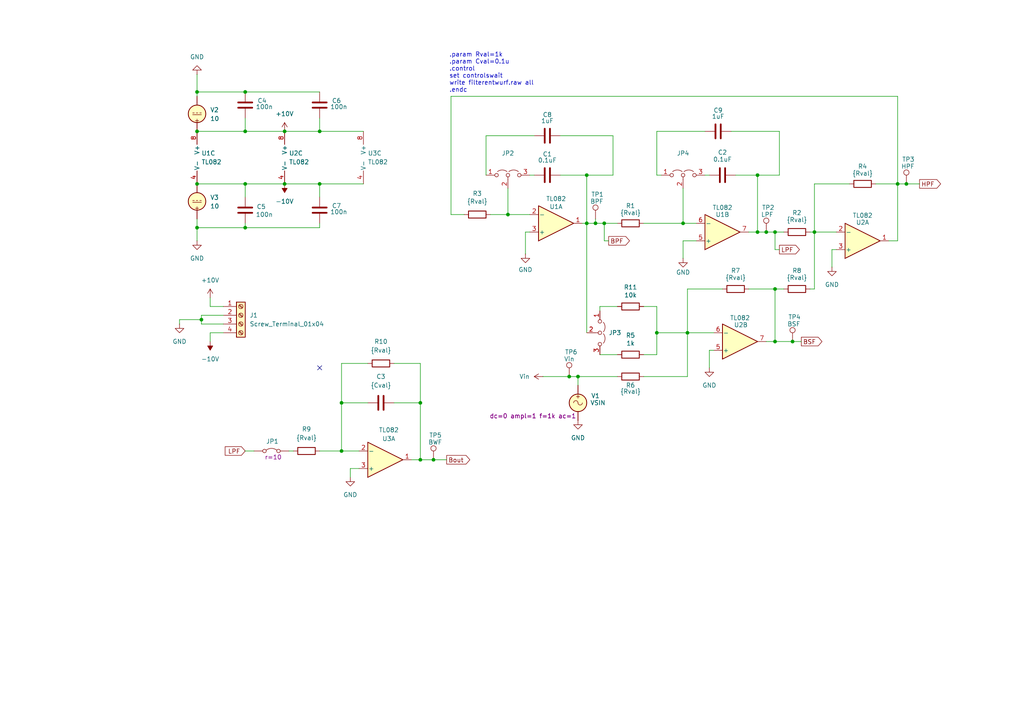
<source format=kicad_sch>
(kicad_sch (version 20250114) (generator "eeschema") (generator_version "9.0")
  (paper "A4")
  (lib_symbols
    (symbol "Amplifier_Operational:TL082" (pin_names (offset 0.127))
      (property "Reference" "U" (at 0 5.08 0))
      (property "Value" "TL082" (at 0 -5.08 0))
      (symbol "TL082_1_1"
        (polyline (pts (xy -5.08 5.08) (xy 5.08 0) (xy -5.08 -5.08) (xy -5.08 5.08)) (stroke (width 0.254)) (fill (type background)))
        (pin input line (at -7.62 2.54 0) (length 2.54) (name "+") (number "3"))
        (pin input line (at -7.62 -2.54 0) (length 2.54) (name "-") (number "2"))
        (pin output line (at 7.62 0 180) (length 2.54) (name "~") (number "1"))
      )
      (symbol "TL082_2_1"
        (polyline (pts (xy -5.08 5.08) (xy 5.08 0) (xy -5.08 -5.08) (xy -5.08 5.08)) (stroke (width 0.254)) (fill (type background)))
        (pin input line (at -7.62 2.54 0) (length 2.54) (name "+") (number "5"))
        (pin input line (at -7.62 -2.54 0) (length 2.54) (name "-") (number "6"))
        (pin output line (at 7.62 0 180) (length 2.54) (name "~") (number "7"))
      )
      (symbol "TL082_3_1"
        (pin power_in line (at -2.54 7.62 270) (length 3.81) (name "V+") (number "8"))
        (pin power_in line (at -2.54 -7.62 90) (length 3.81) (name "V-") (number "4"))
      )
    )
    (symbol "Connector:Screw_Terminal_01x04" (pin_names (offset 1.016) (hide yes))
      (property "Reference" "J" (at 0 5.08 0))
      (property "Value" "Screw_Terminal_01x04" (at 0 -7.62 0))
      (symbol "Screw_Terminal_01x04_1_1"
        (rectangle (start -1.27 3.81) (end 1.27 -6.35) (stroke (width 0.254)) (fill (type background)))
        (polyline (pts (xy -0.5334 2.8702) (xy 0.3302 2.032)) (stroke (width 0.1524)))
        (polyline (pts (xy -0.5334 0.3302) (xy 0.3302 -0.508)) (stroke (width 0.1524)))
        (polyline (pts (xy -0.5334 -2.2098) (xy 0.3302 -3.048)) (stroke (width 0.1524)))
        (polyline (pts (xy -0.5334 -4.7498) (xy 0.3302 -5.588)) (stroke (width 0.1524)))
        (polyline (pts (xy -0.3556 3.048) (xy 0.508 2.2098)) (stroke (width 0.1524)))
        (polyline (pts (xy -0.3556 0.508) (xy 0.508 -0.3302)) (stroke (width 0.1524)))
        (polyline (pts (xy -0.3556 -2.032) (xy 0.508 -2.8702)) (stroke (width 0.1524)))
        (polyline (pts (xy -0.3556 -4.572) (xy 0.508 -5.4102)) (stroke (width 0.1524)))
        (circle (center 0 2.54) (radius 0.635) (stroke (width 0.1524)))
        (circle (center 0 0) (radius 0.635) (stroke (width 0.1524)))
        (circle (center 0 -2.54) (radius 0.635) (stroke (width 0.1524)))
        (circle (center 0 -5.08) (radius 0.635) (stroke (width 0.1524)))
        (pin passive line (at -5.08 2.54 0) (length 3.81) (name "Pin_1") (number "1"))
        (pin passive line (at -5.08 0 0) (length 3.81) (name "Pin_2") (number "2"))
        (pin passive line (at -5.08 -2.54 0) (length 3.81) (name "Pin_3") (number "3"))
        (pin passive line (at -5.08 -5.08 0) (length 3.81) (name "Pin_4") (number "4"))
      )
    )
    (symbol "Connector:TestPoint" (pin_numbers (hide yes)) (pin_names (offset 0.762) (hide yes))
      (property "Reference" "TP" (at 0 6.858 0))
      (property "Value" "TestPoint" (at 0 5.08 0))
      (symbol "TestPoint_0_1"
        (circle (center 0 3.302) (radius 0.762))
      )
      (symbol "TestPoint_1_1"
        (pin passive line (at 0 0 90) (length 2.54) (name "1") (number "1"))
      )
    )
    (symbol "Device:C" (pin_numbers (hide yes)) (pin_names (offset 0.254))
      (property "Reference" "C" (at 0.635 2.54 0))
      (property "Value" "C" (at 0.635 -2.54 0))
      (symbol "C_0_1"
        (polyline (pts (xy -2.032 0.762) (xy 2.032 0.762)) (stroke (width 0.508)))
        (polyline (pts (xy -2.032 -0.762) (xy 2.032 -0.762)) (stroke (width 0.508)))
      )
      (symbol "C_1_1"
        (pin passive line (at 0 3.81 270) (length 2.794) (name "~") (number "1"))
        (pin passive line (at 0 -3.81 90) (length 2.794) (name "~") (number "2"))
      )
    )
    (symbol "Device:R" (pin_numbers (hide yes)) (pin_names (offset 0))
      (property "Reference" "R" (at 2.032 0 90))
      (property "Value" "R" (at 0 0 90))
      (symbol "R_0_1"
        (rectangle (start -1.016 -2.54) (end 1.016 2.54) (stroke (width 0.254)))
      )
      (symbol "R_1_1"
        (pin passive line (at 0 3.81 270) (length 1.27) (name "~") (number "1"))
        (pin passive line (at 0 -3.81 90) (length 1.27) (name "~") (number "2"))
      )
    )
    (symbol "Jumper:Jumper_2_Bridged" (pin_numbers (hide yes)) (pin_names (offset 0) (hide yes))
      (property "Reference" "JP" (at 0 1.905 0))
      (property "Value" "Jumper_2_Bridged" (at 0 -2.54 0))
      (symbol "Jumper_2_Bridged_0_0"
        (circle (center -2.032 0) (radius 0.508))
        (circle (center 2.032 0) (radius 0.508))
      )
      (symbol "Jumper_2_Bridged_0_1"
        (arc (start -1.524 0.254) (mid 0 0.762) (end 1.524 0.254))
      )
      (symbol "Jumper_2_Bridged_1_1"
        (pin passive line (at -5.08 0 0) (length 2.54) (name "A") (number "1"))
        (pin passive line (at 5.08 0 180) (length 2.54) (name "B") (number "2"))
      )
    )
    (symbol "Jumper:Jumper_3_Open" (pin_names (offset 0) (hide yes)) (in_bom no)
      (property "Reference" "JP" (at -2.54 -2.54 0))
      (property "Value" "Jumper_3_Open" (at 0 2.794 0))
      (symbol "Jumper_3_Open_0_0"
        (circle (center -3.302 0) (radius 0.508))
        (circle (center 0 0) (radius 0.508))
        (circle (center 3.302 0) (radius 0.508))
      )
      (symbol "Jumper_3_Open_0_1"
        (arc (start -3.048 1.016) (mid -1.651 1.4992) (end -0.254 1.016))
        (polyline (pts (xy 0 -0.508) (xy 0 -1.27)))
        (arc (start 0.254 1.016) (mid 1.651 1.4992) (end 3.048 1.016))
      )
      (symbol "Jumper_3_Open_1_1"
        (pin passive line (at -6.35 0 0) (length 2.54) (name "A") (number "1"))
        (pin passive line (at 0 -3.81 90) (length 2.54) (name "C") (number "2"))
        (pin passive line (at 6.35 0 180) (length 2.54) (name "B") (number "3"))
      )
    )
    (symbol "Simulation_SPICE:VDC" (pin_numbers (hide yes)) (pin_names (offset 0.0254))
      (property "Reference" "V" (at 2.54 2.54 0))
      (property "Value" "1" (at 2.54 0 0))
      (symbol "VDC_0_0"
        (polyline (pts (xy -1.27 0.254) (xy 1.27 0.254)))
        (polyline (pts (xy -0.762 -0.254) (xy -1.27 -0.254)))
        (polyline (pts (xy 0.254 -0.254) (xy -0.254 -0.254)))
        (polyline (pts (xy 1.27 -0.254) (xy 0.762 -0.254)))
        (text "+" (at 0 1.905 0) (effects (font (size 1.27 1.27))))
      )
      (symbol "VDC_0_1"
        (circle (center 0 0) (radius 2.54) (stroke (width 0.254)) (fill (type background)))
      )
      (symbol "VDC_1_1"
        (pin passive line (at 0 5.08 270) (length 2.54) (name "~") (number "1"))
        (pin passive line (at 0 -5.08 90) (length 2.54) (name "~") (number "2"))
      )
    )
    (symbol "Simulation_SPICE:VSIN" (pin_numbers (hide yes)) (pin_names (offset 0.0254))
      (property "Reference" "V" (at 2.54 2.54 0))
      (property "Value" "VSIN" (at 2.54 0 0))
      (property "Sim.Params" "dc=0 ampl=1 f=1k ac=1" (at 2.54 -2.54 0))
      (symbol "VSIN_0_0"
        (arc (start -1.27 0) (mid -0.635 0.6323) (end 0 0))
        (arc (start 1.27 0) (mid 0.635 -0.6323) (end 0 0))
        (text "+" (at 0 1.905 0) (effects (font (size 1.27 1.27))))
      )
      (symbol "VSIN_0_1"
        (circle (center 0 0) (radius 2.54) (stroke (width 0.254)) (fill (type background)))
      )
      (symbol "VSIN_1_1"
        (pin passive line (at 0 5.08 270) (length 2.54) (name "~") (number "1"))
        (pin passive line (at 0 -5.08 90) (length 2.54) (name "~") (number "2"))
      )
    )
    (symbol "power:+10V" (power) (pin_numbers (hide yes)) (pin_names (offset 0) (hide yes))
      (property "Value" "+10V" (at 0 3.556 0))
      (symbol "+10V_0_1"
        (polyline (pts (xy -0.762 1.27) (xy 0 2.54)))
        (polyline (pts (xy 0 2.54) (xy 0.762 1.27)))
        (polyline (pts (xy 0 0) (xy 0 2.54)))
      )
      (symbol "+10V_1_1"
        (pin power_in line (at 0 0 90) (length 0) (name "~") (number "1"))
      )
    )
    (symbol "power:-10V" (power) (pin_numbers (hide yes)) (pin_names (offset 0) (hide yes))
      (property "Value" "-10V" (at 0 3.556 0))
      (symbol "-10V_0_0"
        (pin power_in line (at 0 0 90) (length 0) (name "~") (number "1"))
      )
      (symbol "-10V_0_1"
        (polyline (pts (xy 0 0) (xy 0 1.27) (xy 0.762 1.27) (xy 0 2.54) (xy -0.762 1.27) (xy 0 1.27)) (fill (type outline)))
      )
    )
    (symbol "power:GND" (power) (pin_numbers (hide yes)) (pin_names (offset 0) (hide yes))
      (property "Value" "GND" (at 0 -3.81 0))
      (symbol "GND_0_1"
        (polyline (pts (xy 0 0) (xy 0 -1.27) (xy 1.27 -1.27) (xy 0 -2.54) (xy -1.27 -1.27) (xy 0 -1.27)))
      )
      (symbol "GND_1_1"
        (pin power_in line (at 0 0 270) (length 0) (name "~") (number "1"))
      )
    )
    (symbol "power:VAA" (power) (pin_numbers (hide yes)) (pin_names (offset 0) (hide yes))
      (property "Value" "VAA" (at 0 3.556 0))
      (symbol "VAA_0_1"
        (polyline (pts (xy -0.762 1.27) (xy 0 2.54)))
        (polyline (pts (xy 0 2.54) (xy 0.762 1.27)))
        (polyline (pts (xy 0 0) (xy 0 2.54)))
      )
      (symbol "VAA_1_1"
        (pin power_in line (at 0 0 90) (length 0) (name "~") (number "1"))
      )
    )
  )
  (text ".param Rval=1k\n.param Cval=0.1u\n.control \nset controlswait\nwrite filterentwurf.raw all\n.endc" (at 130.302 21.082 0) (effects (font (size 1.27 1.27)) (justify left)))
  (junction (at 219.71 50.8))
  (junction (at 71.12 26.67))
  (junction (at 170.18 50.8))
  (junction (at 219.71 67.31))
  (junction (at 236.22 67.31))
  (junction (at 57.15 66.04))
  (junction (at 82.55 38.1))
  (junction (at 71.12 66.04))
  (junction (at 99.06 130.81))
  (junction (at 167.64 109.22))
  (junction (at 121.92 133.35))
  (junction (at 224.79 99.06))
  (junction (at 147.32 62.23))
  (junction (at 262.89 53.34))
  (junction (at 175.26 64.77))
  (junction (at 170.18 64.77))
  (junction (at 71.12 38.1))
  (junction (at 57.15 53.34))
  (junction (at 82.55 53.34))
  (junction (at 58.42 92.71))
  (junction (at 229.87 99.06))
  (junction (at 224.79 83.82))
  (junction (at 172.72 64.77))
  (junction (at 224.79 67.31))
  (junction (at 190.5 96.52))
  (junction (at 57.15 26.67))
  (junction (at 99.06 116.84))
  (junction (at 57.15 38.1))
  (junction (at 165.1 109.22))
  (junction (at 125.73 133.35))
  (junction (at 92.71 38.1))
  (junction (at 92.71 53.34))
  (junction (at 260.35 53.34))
  (junction (at 198.12 64.77))
  (junction (at 121.92 116.84))
  (junction (at 199.39 96.52))
  (junction (at 222.25 67.31))
  (junction (at 71.12 53.34))
  (no_connect (at 92.71 106.68))
  (wire (pts (xy 199.39 96.52) (xy 199.39 109.22)))
  (wire (pts (xy 207.01 101.6) (xy 205.74 101.6)))
  (wire (pts (xy 260.35 53.34) (xy 260.35 69.85)))
  (wire (pts (xy 82.55 53.34) (xy 92.71 53.34)))
  (wire (pts (xy 147.32 62.23) (xy 153.67 62.23)))
  (wire (pts (xy 234.95 83.82) (xy 236.22 83.82)))
  (wire (pts (xy 121.92 116.84) (xy 121.92 133.35)))
  (wire (pts (xy 224.79 67.31) (xy 227.33 67.31)))
  (wire (pts (xy 260.35 69.85) (xy 257.81 69.85)))
  (wire (pts (xy 92.71 64.77) (xy 92.71 66.04)))
  (wire (pts (xy 217.17 67.31) (xy 219.71 67.31)))
  (wire (pts (xy 58.42 92.71) (xy 58.42 91.44)))
  (wire (pts (xy 140.97 39.37) (xy 154.94 39.37)))
  (wire (pts (xy 266.7 53.34) (xy 262.89 53.34)))
  (wire (pts (xy 71.12 66.04) (xy 92.71 66.04)))
  (wire (pts (xy 222.25 99.06) (xy 224.79 99.06)))
  (wire (pts (xy 92.71 130.81) (xy 99.06 130.81)))
  (wire (pts (xy 224.79 99.06) (xy 224.79 83.82)))
  (wire (pts (xy 99.06 116.84) (xy 106.68 116.84)))
  (wire (pts (xy 57.15 26.67) (xy 57.15 27.94)))
  (wire (pts (xy 92.71 53.34) (xy 105.41 53.34)))
  (wire (pts (xy 219.71 50.8) (xy 219.71 67.31)))
  (wire (pts (xy 173.99 102.87) (xy 179.07 102.87)))
  (wire (pts (xy 60.96 88.9) (xy 64.77 88.9)))
  (wire (pts (xy 134.62 62.23) (xy 130.81 62.23)))
  (wire (pts (xy 57.15 21.59) (xy 57.15 26.67)))
  (wire (pts (xy 168.91 64.77) (xy 170.18 64.77)))
  (wire (pts (xy 170.18 64.77) (xy 172.72 64.77)))
  (wire (pts (xy 173.99 90.17) (xy 173.99 88.9)))
  (wire (pts (xy 58.42 91.44) (xy 64.77 91.44)))
  (wire (pts (xy 106.68 105.41) (xy 99.06 105.41)))
  (wire (pts (xy 222.25 67.31) (xy 224.79 67.31)))
  (wire (pts (xy 99.06 130.81) (xy 104.14 130.81)))
  (wire (pts (xy 162.56 39.37) (xy 177.8 39.37)))
  (wire (pts (xy 199.39 83.82) (xy 209.55 83.82)))
  (wire (pts (xy 58.42 93.98) (xy 58.42 92.71)))
  (wire (pts (xy 57.15 69.85) (xy 57.15 66.04)))
  (wire (pts (xy 71.12 53.34) (xy 82.55 53.34)))
  (wire (pts (xy 212.09 38.1) (xy 226.06 38.1)))
  (wire (pts (xy 71.12 38.1) (xy 82.55 38.1)))
  (wire (pts (xy 234.95 67.31) (xy 236.22 67.31)))
  (wire (pts (xy 162.56 50.8) (xy 170.18 50.8)))
  (wire (pts (xy 219.71 67.31) (xy 222.25 67.31)))
  (wire (pts (xy 71.12 34.29) (xy 71.12 38.1)))
  (wire (pts (xy 92.71 38.1) (xy 105.41 38.1)))
  (wire (pts (xy 57.15 53.34) (xy 71.12 53.34)))
  (wire (pts (xy 186.69 109.22) (xy 199.39 109.22)))
  (wire (pts (xy 219.71 50.8) (xy 226.06 50.8)))
  (wire (pts (xy 176.53 69.85) (xy 175.26 69.85)))
  (wire (pts (xy 101.6 135.89) (xy 104.14 135.89)))
  (wire (pts (xy 190.5 88.9) (xy 190.5 96.52)))
  (wire (pts (xy 82.55 38.1) (xy 92.71 38.1)))
  (wire (pts (xy 217.17 83.82) (xy 224.79 83.82)))
  (wire (pts (xy 154.94 50.8) (xy 153.67 50.8)))
  (wire (pts (xy 201.93 69.85) (xy 198.12 69.85)))
  (wire (pts (xy 190.5 102.87) (xy 190.5 96.52)))
  (wire (pts (xy 114.3 105.41) (xy 121.92 105.41)))
  (wire (pts (xy 199.39 96.52) (xy 207.01 96.52)))
  (wire (pts (xy 229.87 99.06) (xy 232.41 99.06)))
  (wire (pts (xy 186.69 88.9) (xy 190.5 88.9)))
  (wire (pts (xy 99.06 105.41) (xy 99.06 116.84)))
  (wire (pts (xy 260.35 27.94) (xy 260.35 53.34)))
  (wire (pts (xy 71.12 66.04) (xy 71.12 64.77)))
  (wire (pts (xy 167.64 109.22) (xy 179.07 109.22)))
  (wire (pts (xy 125.73 133.35) (xy 129.54 133.35)))
  (wire (pts (xy 157.48 109.22) (xy 165.1 109.22)))
  (wire (pts (xy 205.74 101.6) (xy 205.74 106.68)))
  (wire (pts (xy 236.22 67.31) (xy 236.22 53.34)))
  (wire (pts (xy 173.99 88.9) (xy 179.07 88.9)))
  (wire (pts (xy 64.77 93.98) (xy 58.42 93.98)))
  (wire (pts (xy 71.12 53.34) (xy 71.12 57.15)))
  (wire (pts (xy 114.3 116.84) (xy 121.92 116.84)))
  (wire (pts (xy 58.42 92.71) (xy 52.07 92.71)))
  (wire (pts (xy 167.64 109.22) (xy 167.64 111.76)))
  (wire (pts (xy 140.97 50.8) (xy 140.97 39.37)))
  (wire (pts (xy 101.6 138.43) (xy 101.6 135.89)))
  (wire (pts (xy 190.5 38.1) (xy 204.47 38.1)))
  (wire (pts (xy 242.57 72.39) (xy 241.3 72.39)))
  (wire (pts (xy 236.22 53.34) (xy 246.38 53.34)))
  (wire (pts (xy 198.12 54.61) (xy 198.12 64.77)))
  (wire (pts (xy 226.06 38.1) (xy 226.06 50.8)))
  (wire (pts (xy 52.07 92.71) (xy 52.07 93.98)))
  (wire (pts (xy 224.79 99.06) (xy 229.87 99.06)))
  (wire (pts (xy 92.71 34.29) (xy 92.71 38.1)))
  (wire (pts (xy 190.5 38.1) (xy 190.5 50.8)))
  (wire (pts (xy 241.3 72.39) (xy 241.3 77.47)))
  (wire (pts (xy 130.81 27.94) (xy 260.35 27.94)))
  (wire (pts (xy 198.12 64.77) (xy 201.93 64.77)))
  (wire (pts (xy 71.12 26.67) (xy 92.71 26.67)))
  (wire (pts (xy 57.15 38.1) (xy 71.12 38.1)))
  (wire (pts (xy 99.06 130.81) (xy 99.06 116.84)))
  (wire (pts (xy 226.06 72.39) (xy 224.79 72.39)))
  (wire (pts (xy 83.82 130.81) (xy 85.09 130.81)))
  (wire (pts (xy 175.26 69.85) (xy 175.26 64.77)))
  (wire (pts (xy 170.18 64.77) (xy 170.18 96.52)))
  (wire (pts (xy 205.74 50.8) (xy 204.47 50.8)))
  (wire (pts (xy 224.79 83.82) (xy 227.33 83.82)))
  (wire (pts (xy 186.69 102.87) (xy 190.5 102.87)))
  (wire (pts (xy 57.15 66.04) (xy 57.15 63.5)))
  (wire (pts (xy 71.12 130.81) (xy 73.66 130.81)))
  (wire (pts (xy 262.89 53.34) (xy 260.35 53.34)))
  (wire (pts (xy 198.12 69.85) (xy 198.12 74.93)))
  (wire (pts (xy 147.32 54.61) (xy 147.32 62.23)))
  (wire (pts (xy 152.4 67.31) (xy 153.67 67.31)))
  (wire (pts (xy 60.96 99.06) (xy 60.96 96.52)))
  (wire (pts (xy 199.39 96.52) (xy 199.39 83.82)))
  (wire (pts (xy 170.18 50.8) (xy 177.8 50.8)))
  (wire (pts (xy 190.5 96.52) (xy 199.39 96.52)))
  (wire (pts (xy 152.4 73.66) (xy 152.4 67.31)))
  (wire (pts (xy 165.1 109.22) (xy 167.64 109.22)))
  (wire (pts (xy 236.22 67.31) (xy 242.57 67.31)))
  (wire (pts (xy 57.15 66.04) (xy 71.12 66.04)))
  (wire (pts (xy 172.72 63.5) (xy 172.72 64.77)))
  (wire (pts (xy 60.96 96.52) (xy 64.77 96.52)))
  (wire (pts (xy 236.22 83.82) (xy 236.22 67.31)))
  (wire (pts (xy 57.15 26.67) (xy 71.12 26.67)))
  (wire (pts (xy 60.96 86.36) (xy 60.96 88.9)))
  (wire (pts (xy 172.72 64.77) (xy 175.26 64.77)))
  (wire (pts (xy 213.36 50.8) (xy 219.71 50.8)))
  (wire (pts (xy 130.81 62.23) (xy 130.81 27.94)))
  (wire (pts (xy 190.5 50.8) (xy 191.77 50.8)))
  (wire (pts (xy 254 53.34) (xy 260.35 53.34)))
  (wire (pts (xy 142.24 62.23) (xy 147.32 62.23)))
  (wire (pts (xy 92.71 53.34) (xy 92.71 57.15)))
  (wire (pts (xy 121.92 105.41) (xy 121.92 116.84)))
  (wire (pts (xy 121.92 133.35) (xy 125.73 133.35)))
  (wire (pts (xy 177.8 39.37) (xy 177.8 50.8)))
  (wire (pts (xy 170.18 50.8) (xy 170.18 64.77)))
  (wire (pts (xy 224.79 72.39) (xy 224.79 67.31)))
  (wire (pts (xy 186.69 64.77) (xy 198.12 64.77)))
  (wire (pts (xy 175.26 64.77) (xy 179.07 64.77)))
  (wire (pts (xy 121.92 133.35) (xy 119.38 133.35)))
  (global_label "LPF" (shape output) (at 226.06 72.39 0) (property "Intersheetrefs" "${INTERSHEET_REFS}" (effects (hide yes))))
  (global_label "Bout" (shape output) (at 129.54 133.35 0) (property "Intersheetrefs" "${INTERSHEET_REFS}" (effects (hide yes))))
  (global_label "LPF" (shape input) (at 71.12 130.81 180) (property "Intersheetrefs" "${INTERSHEET_REFS}" (effects (hide yes))))
  (global_label "BSF" (shape output) (at 232.41 99.06 0) (property "Intersheetrefs" "${INTERSHEET_REFS}" (effects (hide yes))))
  (global_label "HPF" (shape output) (at 266.7 53.34 0) (property "Intersheetrefs" "${INTERSHEET_REFS}" (effects (hide yes))))
  (global_label "BPF" (shape output) (at 176.53 69.85 0) (property "Intersheetrefs" "${INTERSHEET_REFS}" (effects (hide yes))))
  (symbol (lib_id "Device:C") (at 158.75 50.8 90) (unit 1)
    (property "Reference" "C1" (at 158.75 44.704 90))
    (property "Value" "0.1uF" (at 158.75 46.482 90))
    (property "Footprint" "Capacitor_THT:C_Disc_D5.0mm_W2.5mm_P5.00mm" (effects (hide yes)))
    (property "Description" "Unpolarized capacitor" (effects (hide yes)))
  )
  (symbol (lib_id "Connector:TestPoint") (at 222.25 67.31 0) (unit 1) (exclude_from_sim yes)
    (property "Reference" "TP2" (at 220.98 60.198 0) (effects (justify left)))
    (property "Value" "LPF" (at 220.726 62.23 0) (effects (justify left)))
    (property "Footprint" "000_Often_Used_Footprints:TestPoint" (effects (hide yes)))
    (property "Description" "test point" (effects (hide yes)))
  )
  (symbol (lib_id "Connector:TestPoint") (at 229.87 99.06 0) (unit 1) (exclude_from_sim yes)
    (property "Reference" "TP4" (at 228.6 91.948 0) (effects (justify left)))
    (property "Value" "BSF" (at 228.346 93.98 0) (effects (justify left)))
    (property "Footprint" "000_Often_Used_Footprints:TestPoint" (effects (hide yes)))
    (property "Description" "test point" (effects (hide yes)))
  )
  (symbol (lib_id "Device:C") (at 71.12 60.96 0) (unit 1)
    (property "Reference" "C5" (at 74.422 59.944 0) (effects (justify left)))
    (property "Value" "100n" (at 74.168 62.23 0) (effects (justify left)))
    (property "Footprint" "Capacitor_THT:C_Disc_D5.0mm_W2.5mm_P5.00mm" (effects (hide yes)))
    (property "Description" "Unpolarized capacitor" (effects (hide yes)))
  )
  (symbol (lib_id "Jumper:Jumper_3_Open") (at 173.99 96.52 270) (unit 1) (in_bom no)
    (property "Reference" "JP3" (at 176.53 96.5199 90) (effects (justify left)))
    (property "Value" "Jumper_3_Open" (effects (hide yes)))
    (property "Footprint" "Connector_PinHeader_2.54mm:PinHeader_1x03_P2.54mm_Vertical" (effects (hide yes)))
    (property "Description" "Jumper, 3-pole, both open" (effects (hide yes)))
  )
  (symbol (lib_id "power:+10V") (at 60.96 86.36 0) (unit 1)
    (property "Reference" "#PWR011" (effects (hide yes)))
    (property "Value" "+10V" (at 60.96 81.28 0))
    (property "Description" "Power symbol creates a global label with name \"+10V\"" (effects (hide yes)))
  )
  (symbol (lib_id "power:GND") (at 167.64 121.92 0) (unit 1)
    (property "Reference" "#PWR09" (effects (hide yes)))
    (property "Value" "GND" (at 167.64 127 0))
    (property "Description" "Power symbol creates a global label with name \"GND\" , ground" (effects (hide yes)))
  )
  (symbol (lib_id "power:GND") (at 205.74 106.68 0) (unit 1)
    (property "Reference" "#PWR04" (effects (hide yes)))
    (property "Value" "GND" (at 205.74 111.76 0))
    (property "Description" "Power symbol creates a global label with name \"GND\" , ground" (effects (hide yes)))
  )
  (symbol (lib_id "Device:R") (at 88.9 130.81 90) (unit 1)
    (property "Reference" "R9" (at 88.9 124.46 90))
    (property "Value" "{Rval}" (at 88.9 127 90))
    (property "Footprint" "Resistor_THT:R_Axial_DIN0309_L9.0mm_D3.2mm_P12.70mm_Horizontal" (effects (hide yes)))
    (property "Description" "Resistor" (effects (hide yes)))
  )
  (symbol (lib_id "Device:R") (at 182.88 64.77 90) (unit 1)
    (property "Reference" "R1" (at 182.88 59.69 90))
    (property "Value" "{Rval}" (at 182.88 61.722 90))
    (property "Footprint" "Resistor_THT:R_Axial_DIN0309_L9.0mm_D3.2mm_P12.70mm_Horizontal" (effects (hide yes)))
    (property "Description" "Resistor" (effects (hide yes)))
  )
  (symbol (lib_id "Device:R") (at 182.88 88.9 90) (unit 1)
    (property "Reference" "R11" (at 182.88 83.312 90))
    (property "Value" "10k" (at 182.88 85.598 90))
    (property "Footprint" "Resistor_THT:R_Axial_DIN0309_L9.0mm_D3.2mm_P12.70mm_Horizontal" (effects (hide yes)))
    (property "Description" "Resistor" (effects (hide yes)))
  )
  (symbol (lib_id "power:+10V") (at 82.55 38.1 0) (unit 1)
    (property "Reference" "#PWR08" (effects (hide yes)))
    (property "Value" "+10V" (at 82.55 33.02 0))
    (property "Description" "Power symbol creates a global label with name \"+10V\"" (effects (hide yes)))
  )
  (symbol (lib_id "power:-10V") (at 82.55 53.34 180) (unit 1)
    (property "Reference" "#PWR07" (effects (hide yes)))
    (property "Value" "-10V" (at 82.55 58.42 0))
    (property "Description" "Power symbol creates a global label with name \"-10V\"" (effects (hide yes)))
  )
  (symbol (lib_id "Device:R") (at 182.88 102.87 90) (unit 1)
    (property "Reference" "R5" (at 182.88 97.282 90))
    (property "Value" "1k" (at 182.88 99.568 90))
    (property "Footprint" "Resistor_THT:R_Axial_DIN0309_L9.0mm_D3.2mm_P12.70mm_Horizontal" (effects (hide yes)))
    (property "Description" "Resistor" (effects (hide yes)))
  )
  (symbol (lib_id "Device:R") (at 110.49 105.41 90) (unit 1)
    (property "Reference" "R10" (at 110.49 99.06 90))
    (property "Value" "{Rval}" (at 110.49 101.6 90))
    (property "Footprint" "Resistor_THT:R_Axial_DIN0309_L9.0mm_D3.2mm_P12.70mm_Horizontal" (effects (hide yes)))
    (property "Description" "Resistor" (effects (hide yes)))
  )
  (symbol (lib_id "power:GND") (at 57.15 21.59 180) (unit 1)
    (property "Reference" "#PWR06" (effects (hide yes)))
    (property "Value" "GND" (at 57.15 16.51 0))
    (property "Description" "Power symbol creates a global label with name \"GND\" , ground" (effects (hide yes)))
  )
  (symbol (lib_id "power:GND") (at 152.4 73.66 0) (unit 1)
    (property "Reference" "#PWR01" (effects (hide yes)))
    (property "Value" "GND" (at 152.4 78.232 0))
    (property "Description" "Power symbol creates a global label with name \"GND\" , ground" (effects (hide yes)))
  )
  (symbol (lib_id "Device:R") (at 138.43 62.23 90) (unit 1)
    (property "Reference" "R3" (at 138.43 56.134 90))
    (property "Value" "{Rval}" (at 138.43 58.42 90))
    (property "Footprint" "Resistor_THT:R_Axial_DIN0309_L9.0mm_D3.2mm_P12.70mm_Horizontal" (effects (hide yes)))
    (property "Description" "Resistor" (effects (hide yes)))
  )
  (symbol (lib_id "Device:R") (at 213.36 83.82 90) (unit 1)
    (property "Reference" "R7" (at 213.36 78.486 90))
    (property "Value" "{Rval}" (at 213.36 80.518 90))
    (property "Footprint" "Resistor_THT:R_Axial_DIN0309_L9.0mm_D3.2mm_P12.70mm_Horizontal" (effects (hide yes)))
    (property "Description" "Resistor" (effects (hide yes)))
  )
  (symbol (lib_id "Amplifier_Operational:TL082") (at 85.09 45.72 0) (unit 3)
    (property "Reference" "U2" (at 83.82 44.4499 0) (effects (justify left)))
    (property "Value" "TL082" (at 83.82 46.9899 0) (effects (justify left)))
    (property "Footprint" "Package_DIP:CERDIP-8_W7.62mm_SideBrazed" (effects (hide yes)))
    (property "Datasheet" "http://www.ti.com/lit/ds/symlink/tl081.pdf" (effects (hide yes)))
    (property "Description" "Dual JFET-Input Operational Amplifiers, DIP-8/SOIC-8/SSOP-8" (effects (hide yes)))
    (property "Sim.Library" "TL082-dual.lib" (effects (hide yes)))
    (property "Sim.Name" "TL082-dual" (effects (hide yes)))
    (property "Sim.Device" "SUBCKT" (effects (hide yes)))
    (property "Sim.Pins" "1=1out 2=1in- 3=1in+ 4=vcc- 5=2in+ 6=2in- 7=2out 8=vcc+" (effects (hide yes)))
  )
  (symbol (lib_id "Device:R") (at 231.14 67.31 90) (unit 1)
    (property "Reference" "R2" (at 231.14 61.722 90))
    (property "Value" "{Rval}" (at 231.14 63.754 90))
    (property "Footprint" "Resistor_THT:R_Axial_DIN0309_L9.0mm_D3.2mm_P12.70mm_Horizontal" (effects (hide yes)))
    (property "Description" "Resistor" (effects (hide yes)))
  )
  (symbol (lib_id "Device:C") (at 92.71 30.48 0) (unit 1)
    (property "Reference" "C6" (at 96.266 29.21 0) (effects (justify left)))
    (property "Value" "100n" (at 95.758 30.988 0) (effects (justify left)))
    (property "Footprint" "Capacitor_THT:C_Disc_D5.0mm_W2.5mm_P5.00mm" (effects (hide yes)))
    (property "Description" "Unpolarized capacitor" (effects (hide yes)))
  )
  (symbol (lib_id "Amplifier_Operational:TL082") (at 161.29 64.77 0) (mirror x) (unit 1)
    (property "Reference" "U1" (at 161.29 59.944 0))
    (property "Value" "TL082" (at 161.29 57.658 0))
    (property "Footprint" "Package_DIP:CERDIP-8_W7.62mm_SideBrazed" (effects (hide yes)))
    (property "Datasheet" "http://www.ti.com/lit/ds/symlink/tl081.pdf" (effects (hide yes)))
    (property "Description" "Dual JFET-Input Operational Amplifiers, DIP-8/SOIC-8/SSOP-8" (effects (hide yes)))
    (property "Sim.Library" "TL082-dual.lib" (effects (hide yes)))
    (property "Sim.Name" "TL082-dual" (effects (hide yes)))
    (property "Sim.Device" "SUBCKT" (effects (hide yes)))
    (property "Sim.Pins" "1=1out 2=1in- 3=1in+ 4=vcc- 5=2in+ 6=2in- 7=2out 8=vcc+" (effects (hide yes)))
  )
  (symbol (lib_id "power:GND") (at 57.15 69.85 0) (unit 1)
    (property "Reference" "#PWR05" (effects (hide yes)))
    (property "Value" "GND" (at 57.15 74.93 0))
    (property "Description" "Power symbol creates a global label with name \"GND\" , ground" (effects (hide yes)))
  )
  (symbol (lib_id "Device:C") (at 208.28 38.1 90) (unit 1)
    (property "Reference" "C9" (at 208.28 32.004 90))
    (property "Value" "1uF" (at 208.28 33.782 90))
    (property "Footprint" "Capacitor_THT:C_Disc_D5.0mm_W2.5mm_P5.00mm" (effects (hide yes)))
    (property "Description" "Unpolarized capacitor" (effects (hide yes)))
  )
  (symbol (lib_id "Connector:TestPoint") (at 262.89 53.34 0) (unit 1) (exclude_from_sim yes)
    (property "Reference" "TP3" (at 261.62 46.228 0) (effects (justify left)))
    (property "Value" "HPF" (at 261.366 48.26 0) (effects (justify left)))
    (property "Footprint" "000_Often_Used_Footprints:TestPoint" (effects (hide yes)))
    (property "Description" "test point" (effects (hide yes)))
  )
  (symbol (lib_id "power:GND") (at 241.3 77.47 0) (unit 1)
    (property "Reference" "#PWR03" (effects (hide yes)))
    (property "Value" "GND" (at 241.3 82.55 0))
    (property "Description" "Power symbol creates a global label with name \"GND\" , ground" (effects (hide yes)))
  )
  (symbol (lib_id "Amplifier_Operational:TL082") (at 250.19 69.85 0) (mirror x) (unit 1)
    (property "Reference" "U2" (at 250.19 64.516 0))
    (property "Value" "TL082" (at 250.19 62.484 0))
    (property "Footprint" "Package_DIP:CERDIP-8_W7.62mm_SideBrazed" (effects (hide yes)))
    (property "Datasheet" "http://www.ti.com/lit/ds/symlink/tl081.pdf" (effects (hide yes)))
    (property "Description" "Dual JFET-Input Operational Amplifiers, DIP-8/SOIC-8/SSOP-8" (effects (hide yes)))
    (property "Sim.Library" "TL082-dual.lib" (effects (hide yes)))
    (property "Sim.Name" "TL082-dual" (effects (hide yes)))
    (property "Sim.Device" "SUBCKT" (effects (hide yes)))
    (property "Sim.Pins" "1=1out 2=1in- 3=1in+ 4=vcc- 5=2in+ 6=2in- 7=2out 8=vcc+" (effects (hide yes)))
  )
  (symbol (lib_id "power:GND") (at 101.6 138.43 0) (unit 1)
    (property "Reference" "#PWR014" (effects (hide yes)))
    (property "Value" "GND" (at 101.6 143.51 0))
    (property "Description" "Power symbol creates a global label with name \"GND\" , ground" (effects (hide yes)))
  )
  (symbol (lib_id "Device:R") (at 250.19 53.34 90) (unit 1)
    (property "Reference" "R4" (at 250.19 48.26 90))
    (property "Value" "{Rval}" (at 250.19 50.292 90))
    (property "Footprint" "Resistor_THT:R_Axial_DIN0309_L9.0mm_D3.2mm_P12.70mm_Horizontal" (effects (hide yes)))
    (property "Description" "Resistor" (effects (hide yes)))
  )
  (symbol (lib_id "Connector:TestPoint") (at 125.73 133.35 0) (unit 1) (exclude_from_sim yes)
    (property "Reference" "TP5" (at 124.46 126.238 0) (effects (justify left)))
    (property "Value" "BWF" (at 124.206 128.27 0) (effects (justify left)))
    (property "Footprint" "000_Often_Used_Footprints:TestPoint" (effects (hide yes)))
    (property "Description" "test point" (effects (hide yes)))
  )
  (symbol (lib_id "Jumper:Jumper_3_Open") (at 147.32 50.8 0) (unit 1) (in_bom no)
    (property "Reference" "JP2" (at 147.32 44.45 0))
    (property "Value" "Jumper_3_Open" (effects (hide yes)))
    (property "Footprint" "Connector_PinHeader_2.54mm:PinHeader_1x03_P2.54mm_Vertical" (effects (hide yes)))
    (property "Description" "Jumper, 3-pole, both open" (effects (hide yes)))
  )
  (symbol (lib_id "Simulation_SPICE:VDC") (at 57.15 33.02 180) (unit 1) (on_board no)
    (property "Reference" "V2" (at 60.96 31.8797 0) (effects (justify right)))
    (property "Value" "10" (at 60.96 34.4197 0) (effects (justify right)))
    (property "Datasheet" "https://ngspice.sourceforge.io/docs/ngspice-html-manual/manual.xhtml#sec_Independent_Sources_for" (effects (hide yes)))
    (property "Description" "Voltage source, DC" (effects (hide yes)))
    (property "Sim.Pins" "1=+ 2=-" (effects (hide yes)))
    (property "Sim.Type" "DC" (effects (hide yes)))
    (property "Sim.Device" "V" (effects (hide yes)))
  )
  (symbol (lib_id "Jumper:Jumper_2_Bridged") (at 78.74 130.81 0) (unit 1)
    (property "Reference" "JP1" (at 78.994 128.016 0))
    (property "Value" "${SIM.PARAMS}" (effects (hide yes)))
    (property "Footprint" "Connector_PinHeader_2.54mm:PinHeader_1x02_P2.54mm_Vertical" (effects (hide yes)))
    (property "Description" "Jumper, 2-pole, closed/bridged" (effects (hide yes)))
    (property "Sim.Device" "R" (effects (hide yes)))
    (property "Sim.Pins" "1=+ 2=-" (effects (hide yes)))
    (property "Sim.Params" "r=10" (at 79.248 132.588 0))
  )
  (symbol (lib_id "Simulation_SPICE:VSIN") (at 167.64 116.84 0) (unit 1) (on_board no)
    (property "Reference" "V1" (at 171.45 114.808 0) (effects (justify left)))
    (property "Value" "VSIN" (at 171.196 116.84 0) (effects (justify left)))
    (property "Datasheet" "https://ngspice.sourceforge.io/docs/ngspice-html-manual/manual.xhtml#sec_Independent_Sources_for" (effects (hide yes)))
    (property "Description" "Voltage source, sinusoidal" (effects (hide yes)))
    (property "Sim.Pins" "1=+ 2=-" (effects (hide yes)))
    (property "Sim.Params" "dc=0 ampl=1 f=1k ac=1" (at 141.986 120.65 0) (effects (justify left)))
    (property "Sim.Type" "SIN" (effects (hide yes)))
    (property "Sim.Device" "V" (effects (hide yes)))
  )
  (symbol (lib_id "power:GND") (at 52.07 93.98 0) (unit 1)
    (property "Reference" "#PWR013" (effects (hide yes)))
    (property "Value" "GND" (at 52.07 99.06 0))
    (property "Description" "Power symbol creates a global label with name \"GND\" , ground" (effects (hide yes)))
  )
  (symbol (lib_id "Device:C") (at 209.55 50.8 90) (unit 1)
    (property "Reference" "C2" (at 209.55 44.196 90))
    (property "Value" "0.1uF" (at 209.55 46.228 90))
    (property "Footprint" "Capacitor_THT:C_Disc_D5.0mm_W2.5mm_P5.00mm" (effects (hide yes)))
    (property "Description" "Unpolarized capacitor" (effects (hide yes)))
  )
  (symbol (lib_id "Amplifier_Operational:TL082") (at 209.55 67.31 0) (mirror x) (unit 2)
    (property "Reference" "U1" (at 209.55 62.23 0))
    (property "Value" "TL082" (at 209.55 60.198 0))
    (property "Footprint" "Package_DIP:CERDIP-8_W7.62mm_SideBrazed" (effects (hide yes)))
    (property "Datasheet" "http://www.ti.com/lit/ds/symlink/tl081.pdf" (effects (hide yes)))
    (property "Description" "Dual JFET-Input Operational Amplifiers, DIP-8/SOIC-8/SSOP-8" (effects (hide yes)))
    (property "Sim.Library" "TL082-dual.lib" (effects (hide yes)))
    (property "Sim.Name" "TL082-dual" (effects (hide yes)))
    (property "Sim.Device" "SUBCKT" (effects (hide yes)))
    (property "Sim.Pins" "1=1out 2=1in- 3=1in+ 4=vcc- 5=2in+ 6=2in- 7=2out 8=vcc+" (effects (hide yes)))
  )
  (symbol (lib_id "Device:C") (at 92.71 60.96 0) (unit 1)
    (property "Reference" "C7" (at 96.266 59.69 0) (effects (justify left)))
    (property "Value" "100n" (at 95.758 61.468 0) (effects (justify left)))
    (property "Footprint" "Capacitor_THT:C_Disc_D5.0mm_W2.5mm_P5.00mm" (effects (hide yes)))
    (property "Description" "Unpolarized capacitor" (effects (hide yes)))
  )
  (symbol (lib_id "Amplifier_Operational:TL082") (at 107.95 45.72 0) (unit 3)
    (property "Reference" "U3" (at 106.68 44.4499 0) (effects (justify left)))
    (property "Value" "TL082" (at 106.68 46.9899 0) (effects (justify left)))
    (property "Footprint" "Package_DIP:CERDIP-8_W7.62mm_SideBrazed" (effects (hide yes)))
    (property "Datasheet" "http://www.ti.com/lit/ds/symlink/tl081.pdf" (effects (hide yes)))
    (property "Description" "Dual JFET-Input Operational Amplifiers, DIP-8/SOIC-8/SSOP-8" (effects (hide yes)))
    (property "Sim.Library" "TL082-dual.lib" (effects (hide yes)))
    (property "Sim.Name" "TL082-dual" (effects (hide yes)))
    (property "Sim.Device" "SUBCKT" (effects (hide yes)))
    (property "Sim.Pins" "1=1out 2=1in- 3=1in+ 4=vcc- 5=2in+ 6=2in- 7=2out 8=vcc+" (effects (hide yes)))
  )
  (symbol (lib_id "Connector:Screw_Terminal_01x04") (at 69.85 91.44 0) (unit 1) (exclude_from_sim yes)
    (property "Reference" "J1" (at 72.39 91.4399 0) (effects (justify left)))
    (property "Value" "Screw_Terminal_01x04" (at 72.39 93.9799 0) (effects (justify left)))
    (property "Footprint" "TerminalBlock_Phoenix:TerminalBlock_Phoenix_PT-1,5-4-5.0-H_1x04_P5.00mm_Horizontal" (effects (hide yes)))
    (property "Description" "Generic screw terminal, single row, 01x04, script generated (kicad-library-utils/schlib/autogen/connector/)" (effects (hide yes)))
  )
  (symbol (lib_id "power:VAA") (at 157.48 109.22 90) (unit 1) (exclude_from_sim yes)
    (property "Reference" "#PWR010" (effects (hide yes)))
    (property "Value" "Vin" (at 153.67 109.2199 90) (effects (justify left)))
    (property "Description" "Power symbol creates a global label with name \"VAA\"" (effects (hide yes)))
  )
  (symbol (lib_id "Amplifier_Operational:TL082") (at 59.69 45.72 0) (unit 3)
    (property "Reference" "U1" (at 58.42 44.4499 0) (effects (justify left)))
    (property "Value" "TL082" (at 58.42 46.9899 0) (effects (justify left)))
    (property "Footprint" "Package_DIP:CERDIP-8_W7.62mm_SideBrazed" (effects (hide yes)))
    (property "Datasheet" "http://www.ti.com/lit/ds/symlink/tl081.pdf" (effects (hide yes)))
    (property "Description" "Dual JFET-Input Operational Amplifiers, DIP-8/SOIC-8/SSOP-8" (effects (hide yes)))
    (property "Sim.Library" "TL082-dual.lib" (effects (hide yes)))
    (property "Sim.Name" "TL082-dual" (effects (hide yes)))
    (property "Sim.Device" "SUBCKT" (effects (hide yes)))
    (property "Sim.Pins" "1=1out 2=1in- 3=1in+ 4=vcc- 5=2in+ 6=2in- 7=2out 8=vcc+" (effects (hide yes)))
  )
  (symbol (lib_id "Connector:TestPoint") (at 172.72 63.5 0) (unit 1) (exclude_from_sim yes)
    (property "Reference" "TP1" (at 171.45 56.388 0) (effects (justify left)))
    (property "Value" "BPF" (at 171.196 58.42 0) (effects (justify left)))
    (property "Footprint" "000_Often_Used_Footprints:TestPoint" (effects (hide yes)))
    (property "Description" "test point" (effects (hide yes)))
  )
  (symbol (lib_id "Amplifier_Operational:TL082") (at 111.76 133.35 0) (mirror x) (unit 1)
    (property "Reference" "U3" (at 112.776 127.254 0))
    (property "Value" "TL082" (at 112.776 124.714 0))
    (property "Footprint" "Package_DIP:CERDIP-8_W7.62mm_SideBrazed" (effects (hide yes)))
    (property "Datasheet" "http://www.ti.com/lit/ds/symlink/tl081.pdf" (effects (hide yes)))
    (property "Description" "Dual JFET-Input Operational Amplifiers, DIP-8/SOIC-8/SSOP-8" (effects (hide yes)))
    (property "Sim.Library" "TL082-dual.lib" (effects (hide yes)))
    (property "Sim.Name" "TL082-dual" (effects (hide yes)))
    (property "Sim.Device" "SUBCKT" (effects (hide yes)))
    (property "Sim.Pins" "1=1out 2=1in- 3=1in+ 4=vcc- 5=2in+ 6=2in- 7=2out 8=vcc+" (effects (hide yes)))
  )
  (symbol (lib_id "Connector:TestPoint") (at 165.1 109.22 0) (unit 1) (exclude_from_sim yes)
    (property "Reference" "TP6" (at 163.83 102.108 0) (effects (justify left)))
    (property "Value" "Vin" (at 163.576 104.14 0) (effects (justify left)))
    (property "Footprint" "000_Often_Used_Footprints:TestPoint" (effects (hide yes)))
    (property "Description" "test point" (effects (hide yes)))
  )
  (symbol (lib_id "Device:C") (at 158.75 39.37 90) (unit 1)
    (property "Reference" "C8" (at 158.75 33.274 90))
    (property "Value" "1uF" (at 158.75 35.052 90))
    (property "Footprint" "Capacitor_THT:C_Disc_D5.0mm_W2.5mm_P5.00mm" (effects (hide yes)))
    (property "Description" "Unpolarized capacitor" (effects (hide yes)))
  )
  (symbol (lib_id "Device:C") (at 71.12 30.48 0) (unit 1)
    (property "Reference" "C4" (at 74.676 29.21 0) (effects (justify left)))
    (property "Value" "100n" (at 74.168 30.988 0) (effects (justify left)))
    (property "Footprint" "Capacitor_THT:C_Disc_D5.0mm_W2.5mm_P5.00mm" (effects (hide yes)))
    (property "Description" "Unpolarized capacitor" (effects (hide yes)))
  )
  (symbol (lib_id "Device:C") (at 110.49 116.84 270) (unit 1)
    (property "Reference" "C3" (at 110.49 109.22 90))
    (property "Value" "{Cval}" (at 110.49 111.76 90))
    (property "Footprint" "Capacitor_THT:C_Disc_D5.0mm_W2.5mm_P5.00mm" (effects (hide yes)))
    (property "Description" "Unpolarized capacitor" (effects (hide yes)))
  )
  (symbol (lib_id "Device:R") (at 231.14 83.82 90) (unit 1)
    (property "Reference" "R8" (at 231.14 78.486 90))
    (property "Value" "{Rval}" (at 231.14 80.518 90))
    (property "Footprint" "Resistor_THT:R_Axial_DIN0309_L9.0mm_D3.2mm_P12.70mm_Horizontal" (effects (hide yes)))
    (property "Description" "Resistor" (effects (hide yes)))
  )
  (symbol (lib_id "power:GND") (at 198.12 74.93 0) (unit 1)
    (property "Reference" "#PWR02" (effects (hide yes)))
    (property "Value" "GND" (at 198.12 78.994 0))
    (property "Description" "Power symbol creates a global label with name \"GND\" , ground" (effects (hide yes)))
  )
  (symbol (lib_id "Jumper:Jumper_3_Open") (at 198.12 50.8 0) (unit 1) (in_bom no)
    (property "Reference" "JP4" (at 198.12 44.45 0))
    (property "Value" "Jumper_3_Open" (effects (hide yes)))
    (property "Footprint" "Connector_PinHeader_2.54mm:PinHeader_1x03_P2.54mm_Vertical" (effects (hide yes)))
    (property "Description" "Jumper, 3-pole, both open" (effects (hide yes)))
  )
  (symbol (lib_id "Device:R") (at 182.88 109.22 90) (unit 1)
    (property "Reference" "R6" (at 182.88 111.76 90))
    (property "Value" "{Rval}" (at 182.88 113.538 90))
    (property "Footprint" "Resistor_THT:R_Axial_DIN0309_L9.0mm_D3.2mm_P12.70mm_Horizontal" (effects (hide yes)))
    (property "Description" "Resistor" (effects (hide yes)))
  )
  (symbol (lib_id "Amplifier_Operational:TL082") (at 214.63 99.06 0) (mirror x) (unit 2)
    (property "Reference" "U2" (at 214.884 94.234 0))
    (property "Value" "TL082" (at 214.63 92.202 0))
    (property "Footprint" "Package_DIP:CERDIP-8_W7.62mm_SideBrazed" (effects (hide yes)))
    (property "Datasheet" "http://www.ti.com/lit/ds/symlink/tl081.pdf" (effects (hide yes)))
    (property "Description" "Dual JFET-Input Operational Amplifiers, DIP-8/SOIC-8/SSOP-8" (effects (hide yes)))
    (property "Sim.Library" "TL082-dual.lib" (effects (hide yes)))
    (property "Sim.Name" "TL082-dual" (effects (hide yes)))
    (property "Sim.Device" "SUBCKT" (effects (hide yes)))
    (property "Sim.Pins" "1=1out 2=1in- 3=1in+ 4=vcc- 5=2in+ 6=2in- 7=2out 8=vcc+" (effects (hide yes)))
  )
  (symbol (lib_id "Simulation_SPICE:VDC") (at 57.15 58.42 180) (unit 1) (on_board no)
    (property "Reference" "V3" (at 60.96 57.2797 0) (effects (justify right)))
    (property "Value" "10" (at 60.96 59.8197 0) (effects (justify right)))
    (property "Datasheet" "https://ngspice.sourceforge.io/docs/ngspice-html-manual/manual.xhtml#sec_Independent_Sources_for" (effects (hide yes)))
    (property "Description" "Voltage source, DC" (effects (hide yes)))
    (property "Sim.Pins" "1=+ 2=-" (effects (hide yes)))
    (property "Sim.Type" "DC" (effects (hide yes)))
    (property "Sim.Device" "V" (effects (hide yes)))
  )
  (symbol (lib_id "power:-10V") (at 60.96 99.06 180) (unit 1)
    (property "Reference" "#PWR012" (effects (hide yes)))
    (property "Value" "-10V" (at 60.96 104.14 0))
    (property "Description" "Power symbol creates a global label with name \"-10V\"" (effects (hide yes)))
  )
)
</source>
